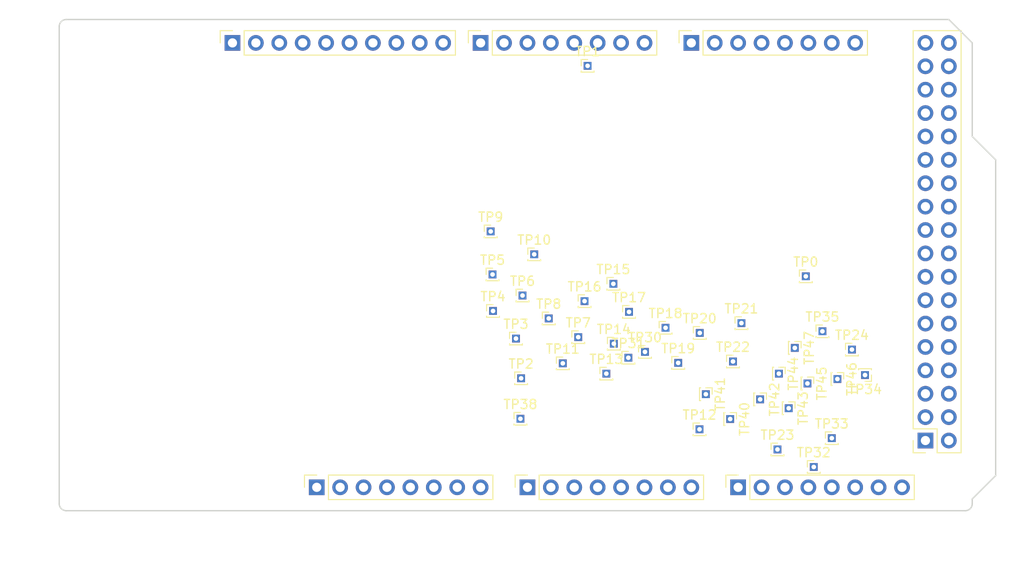
<source format=kicad_pcb>
(kicad_pcb (version 20240108) (generator "pcbnew") (generator_version "8.0")
  (title_block (date "mar. 31 mars 2015"))
  (layers (0 "F.Cu" signal) (31 "B.Cu" signal) (34 "B.Paste" user) (35 "F.Paste" user) (36 "B.SilkS" user "B.Silkscreen") (37 "F.SilkS" user "F.Silkscreen") (38 "B.Mask" user) (39 "F.Mask" user) (44 "Edge.Cuts" user))
  (net 0 "")
  (net 1 "GND")
  (net 2 "/*52")
  (net 3 "/53")
  (net 4 "/50")
  (net 5 "/51")
  (net 6 "/48")
  (net 7 "/49")
  (net 8 "/*46")
  (net 9 "/47")
  (net 10 "/*44")
  (net 11 "/*45")
  (net 12 "/42")
  (net 13 "/43")
  (net 14 "/40")
  (net 15 "/41")
  (net 16 "/38")
  (net 17 "/39")
  (net 18 "/36")
  (net 19 "/37")
  (net 20 "/34")
  (net 21 "/35")
  (net 22 "/32")
  (net 23 "/33")
  (net 24 "/30")
  (net 25 "/31")
  (net 26 "/28")
  (net 27 "/29")
  (net 28 "/26")
  (net 29 "/27")
  (net 30 "/24")
  (net 31 "/25")
  (net 32 "/22")
  (net 33 "/23")
  (net 34 "+5V")
  (net 35 "/IOREF")
  (net 36 "/A0")
  (net 37 "/A1")
  (net 38 "/A2")
  (net 39 "/A3")
  (net 40 "/A4")
  (net 41 "/A5")
  (net 42 "/A6")
  (net 43 "/A7")
  (net 44 "/A8")
  (net 45 "/A9")
  (net 46 "/A10")
  (net 47 "/A11")
  (net 48 "/A12")
  (net 49 "/A13")
  (net 50 "/A14")
  (net 51 "/A15")
  (net 52 "/AREF")
  (net 53 "/*13")
  (net 54 "/*12")
  (net 55 "/*11")
  (net 56 "/*10")
  (net 57 "/*9")
  (net 58 "/*8")
  (net 59 "/*7")
  (net 60 "/*6")
  (net 61 "/*5")
  (net 62 "/*4")
  (net 63 "/*3")
  (net 64 "/*2")
  (net 65 "/TX0{slash}1")
  (net 66 "/RX0{slash}0")
  (net 67 "+3V3")
  (net 68 "/TX3{slash}14")
  (net 69 "/RX3{slash}15")
  (net 70 "/TX2{slash}16")
  (net 71 "/RX2{slash}17")
  (net 72 "/TX1{slash}18")
  (net 73 "/RX1{slash}19")
  (net 74 "/SDA{slash}20")
  (net 75 "/SCL{slash}21")
  (net 76 "VCC")
  (net 77 "/~{RESET}")
  (footprint "Connector_PinSocket_2.54mm:PinSocket_2x18_P2.54mm_Vertical" (layer "F.Cu") (at 193.98 92.38 180)
    (property "Reference" "J7" (hide yes))
    (property "Value" "Digital")
    (pad "1" thru_hole rect (at 0 0 180) (size 1.7 1.7) (drill 1) (layers "*.Cu" "*.Mask") (net 1 "GND"))
    (pad "2" thru_hole oval (at -2.54 0 180) (size 1.7 1.7) (drill 1) (layers "*.Cu" "*.Mask") (net 1 "GND"))
    (pad "3" thru_hole oval (at 0 2.54 180) (size 1.7 1.7) (drill 1) (layers "*.Cu" "*.Mask") (net 2 "/*52"))
    (pad "4" thru_hole oval (at -2.54 2.54 180) (size 1.7 1.7) (drill 1) (layers "*.Cu" "*.Mask") (net 3 "/53"))
    (pad "5" thru_hole oval (at 0 5.08 180) (size 1.7 1.7) (drill 1) (layers "*.Cu" "*.Mask") (net 4 "/50"))
    (pad "6" thru_hole oval (at -2.54 5.08 180) (size 1.7 1.7) (drill 1) (layers "*.Cu" "*.Mask") (net 5 "/51"))
    (pad "7" thru_hole oval (at 0 7.62 180) (size 1.7 1.7) (drill 1) (layers "*.Cu" "*.Mask") (net 6 "/48"))
    (pad "8" thru_hole oval (at -2.54 7.62 180) (size 1.7 1.7) (drill 1) (layers "*.Cu" "*.Mask") (net 7 "/49"))
    (pad "9" thru_hole oval (at 0 10.16 180) (size 1.7 1.7) (drill 1) (layers "*.Cu" "*.Mask") (net 8 "/*46"))
    (pad "10" thru_hole oval (at -2.54 10.16 180) (size 1.7 1.7) (drill 1) (layers "*.Cu" "*.Mask") (net 9 "/47"))
    (pad "11" thru_hole oval (at 0 12.7 180) (size 1.7 1.7) (drill 1) (layers "*.Cu" "*.Mask") (net 10 "/*44"))
    (pad "12" thru_hole oval (at -2.54 12.7 180) (size 1.7 1.7) (drill 1) (layers "*.Cu" "*.Mask") (net 11 "/*45"))
    (pad "13" thru_hole oval (at 0 15.24 180) (size 1.7 1.7) (drill 1) (layers "*.Cu" "*.Mask") (net 12 "/42"))
    (pad "14" thru_hole oval (at -2.54 15.24 180) (size 1.7 1.7) (drill 1) (layers "*.Cu" "*.Mask") (net 13 "/43"))
    (pad "15" thru_hole oval (at 0 17.78 180) (size 1.7 1.7) (drill 1) (layers "*.Cu" "*.Mask") (net 14 "/40"))
    (pad "16" thru_hole oval (at -2.54 17.78 180) (size 1.7 1.7) (drill 1) (layers "*.Cu" "*.Mask") (net 15 "/41"))
    (pad "17" thru_hole oval (at 0 20.32 180) (size 1.7 1.7) (drill 1) (layers "*.Cu" "*.Mask") (net 16 "/38"))
    (pad "18" thru_hole oval (at -2.54 20.32 180) (size 1.7 1.7) (drill 1) (layers "*.Cu" "*.Mask") (net 17 "/39"))
    (pad "19" thru_hole oval (at 0 22.86 180) (size 1.7 1.7) (drill 1) (layers "*.Cu" "*.Mask") (net 18 "/36"))
    (pad "20" thru_hole oval (at -2.54 22.86 180) (size 1.7 1.7) (drill 1) (layers "*.Cu" "*.Mask") (net 19 "/37"))
    (pad "21" thru_hole oval (at 0 25.4 180) (size 1.7 1.7) (drill 1) (layers "*.Cu" "*.Mask") (net 20 "/34"))
    (pad "22" thru_hole oval (at -2.54 25.4 180) (size 1.7 1.7) (drill 1) (layers "*.Cu" "*.Mask") (net 21 "/35"))
    (pad "23" thru_hole oval (at 0 27.94 180) (size 1.7 1.7) (drill 1) (layers "*.Cu" "*.Mask") (net 22 "/32"))
    (pad "24" thru_hole oval (at -2.54 27.94 180) (size 1.7 1.7) (drill 1) (layers "*.Cu" "*.Mask") (net 23 "/33"))
    (pad "25" thru_hole oval (at 0 30.48 180) (size 1.7 1.7) (drill 1) (layers "*.Cu" "*.Mask") (net 24 "/30"))
    (pad "26" thru_hole oval (at -2.54 30.48 180) (size 1.7 1.7) (drill 1) (layers "*.Cu" "*.Mask") (net 25 "/31"))
    (pad "27" thru_hole oval (at 0 33.02 180) (size 1.7 1.7) (drill 1) (layers "*.Cu" "*.Mask") (net 26 "/28"))
    (pad "28" thru_hole oval (at -2.54 33.02 180) (size 1.7 1.7) (drill 1) (layers "*.Cu" "*.Mask") (net 27 "/29"))
    (pad "29" thru_hole oval (at 0 35.56 180) (size 1.7 1.7) (drill 1) (layers "*.Cu" "*.Mask") (net 28 "/26"))
    (pad "30" thru_hole oval (at -2.54 35.56 180) (size 1.7 1.7) (drill 1) (layers "*.Cu" "*.Mask") (net 29 "/27"))
    (pad "31" thru_hole oval (at 0 38.1 180) (size 1.7 1.7) (drill 1) (layers "*.Cu" "*.Mask") (net 30 "/24"))
    (pad "32" thru_hole oval (at -2.54 38.1 180) (size 1.7 1.7) (drill 1) (layers "*.Cu" "*.Mask") (net 31 "/25"))
    (pad "33" thru_hole oval (at 0 40.64 180) (size 1.7 1.7) (drill 1) (layers "*.Cu" "*.Mask") (net 32 "/22"))
    (pad "34" thru_hole oval (at -2.54 40.64 180) (size 1.7 1.7) (drill 1) (layers "*.Cu" "*.Mask") (net 33 "/23"))
    (pad "35" thru_hole oval (at 0 43.18 180) (size 1.7 1.7) (drill 1) (layers "*.Cu" "*.Mask") (net 34 "+5V"))
    (pad "36" thru_hole oval (at -2.54 43.18 180) (size 1.7 1.7) (drill 1) (layers "*.Cu" "*.Mask") (net 34 "+5V"))
  )
  (footprint "Connector_PinSocket_2.54mm:PinSocket_1x08_P2.54mm_Vertical" (layer "F.Cu") (at 127.94 97.46 90)
    (property "Reference" "J1" (hide yes))
    (property "Value" "Power")
    (pad "1" thru_hole rect (at 0 0 90) (size 1.7 1.7) (drill 1) (layers "*.Cu" "*.Mask"))
    (pad "2" thru_hole oval (at 0 2.54 90) (size 1.7 1.7) (drill 1) (layers "*.Cu" "*.Mask") (net 35 "/IOREF"))
    (pad "3" thru_hole oval (at 0 5.08 90) (size 1.7 1.7) (drill 1) (layers "*.Cu" "*.Mask") (net 77 "/~{RESET}"))
    (pad "4" thru_hole oval (at 0 7.62 90) (size 1.7 1.7) (drill 1) (layers "*.Cu" "*.Mask") (net 67 "+3V3"))
    (pad "5" thru_hole oval (at 0 10.16 90) (size 1.7 1.7) (drill 1) (layers "*.Cu" "*.Mask") (net 34 "+5V"))
    (pad "6" thru_hole oval (at 0 12.7 90) (size 1.7 1.7) (drill 1) (layers "*.Cu" "*.Mask") (net 1 "GND"))
    (pad "7" thru_hole oval (at 0 15.24 90) (size 1.7 1.7) (drill 1) (layers "*.Cu" "*.Mask") (net 1 "GND"))
    (pad "8" thru_hole oval (at 0 17.78 90) (size 1.7 1.7) (drill 1) (layers "*.Cu" "*.Mask") (net 76 "VCC"))
  )
  (footprint "Connector_PinSocket_2.54mm:PinSocket_1x08_P2.54mm_Vertical" (layer "F.Cu") (at 150.8 97.46 90)
    (property "Reference" "J3" (hide yes))
    (property "Value" "Analog")
    (pad "1" thru_hole rect (at 0 0 90) (size 1.7 1.7) (drill 1) (layers "*.Cu" "*.Mask") (net 36 "/A0"))
    (pad "2" thru_hole oval (at 0 2.54 90) (size 1.7 1.7) (drill 1) (layers "*.Cu" "*.Mask") (net 37 "/A1"))
    (pad "3" thru_hole oval (at 0 5.08 90) (size 1.7 1.7) (drill 1) (layers "*.Cu" "*.Mask") (net 38 "/A2"))
    (pad "4" thru_hole oval (at 0 7.62 90) (size 1.7 1.7) (drill 1) (layers "*.Cu" "*.Mask") (net 39 "/A3"))
    (pad "5" thru_hole oval (at 0 10.16 90) (size 1.7 1.7) (drill 1) (layers "*.Cu" "*.Mask") (net 40 "/A4"))
    (pad "6" thru_hole oval (at 0 12.7 90) (size 1.7 1.7) (drill 1) (layers "*.Cu" "*.Mask") (net 41 "/A5"))
    (pad "7" thru_hole oval (at 0 15.24 90) (size 1.7 1.7) (drill 1) (layers "*.Cu" "*.Mask") (net 42 "/A6"))
    (pad "8" thru_hole oval (at 0 17.78 90) (size 1.7 1.7) (drill 1) (layers "*.Cu" "*.Mask") (net 43 "/A7"))
  )
  (footprint "Connector_PinSocket_2.54mm:PinSocket_1x08_P2.54mm_Vertical" (layer "F.Cu") (at 173.66 97.46 90)
    (property "Reference" "J5" (hide yes))
    (property "Value" "Analog")
    (pad "1" thru_hole rect (at 0 0 90) (size 1.7 1.7) (drill 1) (layers "*.Cu" "*.Mask") (net 44 "/A8"))
    (pad "2" thru_hole oval (at 0 2.54 90) (size 1.7 1.7) (drill 1) (layers "*.Cu" "*.Mask") (net 45 "/A9"))
    (pad "3" thru_hole oval (at 0 5.08 90) (size 1.7 1.7) (drill 1) (layers "*.Cu" "*.Mask") (net 46 "/A10"))
    (pad "4" thru_hole oval (at 0 7.62 90) (size 1.7 1.7) (drill 1) (layers "*.Cu" "*.Mask") (net 47 "/A11"))
    (pad "5" thru_hole oval (at 0 10.16 90) (size 1.7 1.7) (drill 1) (layers "*.Cu" "*.Mask") (net 48 "/A12"))
    (pad "6" thru_hole oval (at 0 12.7 90) (size 1.7 1.7) (drill 1) (layers "*.Cu" "*.Mask") (net 49 "/A13"))
    (pad "7" thru_hole oval (at 0 15.24 90) (size 1.7 1.7) (drill 1) (layers "*.Cu" "*.Mask") (net 50 "/A14"))
    (pad "8" thru_hole oval (at 0 17.78 90) (size 1.7 1.7) (drill 1) (layers "*.Cu" "*.Mask") (net 51 "/A15"))
  )
  (footprint "Connector_PinSocket_2.54mm:PinSocket_1x10_P2.54mm_Vertical" (layer "F.Cu") (at 118.796 49.2 90)
    (property "Reference" "J2" (hide yes))
    (property "Value" "PWM")
    (pad "1" thru_hole rect (at 0 0 90) (size 1.7 1.7) (drill 1) (layers "*.Cu" "*.Mask") (net 75 "/SCL{slash}21"))
    (pad "2" thru_hole oval (at 0 2.54 90) (size 1.7 1.7) (drill 1) (layers "*.Cu" "*.Mask") (net 74 "/SDA{slash}20"))
    (pad "3" thru_hole oval (at 0 5.08 90) (size 1.7 1.7) (drill 1) (layers "*.Cu" "*.Mask") (net 52 "/AREF"))
    (pad "4" thru_hole oval (at 0 7.62 90) (size 1.7 1.7) (drill 1) (layers "*.Cu" "*.Mask") (net 1 "GND"))
    (pad "5" thru_hole oval (at 0 10.16 90) (size 1.7 1.7) (drill 1) (layers "*.Cu" "*.Mask") (net 53 "/*13"))
    (pad "6" thru_hole oval (at 0 12.7 90) (size 1.7 1.7) (drill 1) (layers "*.Cu" "*.Mask") (net 54 "/*12"))
    (pad "7" thru_hole oval (at 0 15.24 90) (size 1.7 1.7) (drill 1) (layers "*.Cu" "*.Mask") (net 55 "/*11"))
    (pad "8" thru_hole oval (at 0 17.78 90) (size 1.7 1.7) (drill 1) (layers "*.Cu" "*.Mask") (net 56 "/*10"))
    (pad "9" thru_hole oval (at 0 20.32 90) (size 1.7 1.7) (drill 1) (layers "*.Cu" "*.Mask") (net 57 "/*9"))
    (pad "10" thru_hole oval (at 0 22.86 90) (size 1.7 1.7) (drill 1) (layers "*.Cu" "*.Mask") (net 58 "/*8"))
  )
  (footprint "Connector_PinSocket_2.54mm:PinSocket_1x08_P2.54mm_Vertical" (layer "F.Cu") (at 145.72 49.2 90)
    (property "Reference" "J4" (hide yes))
    (property "Value" "PWM")
    (pad "1" thru_hole rect (at 0 0 90) (size 1.7 1.7) (drill 1) (layers "*.Cu" "*.Mask") (net 59 "/*7"))
    (pad "2" thru_hole oval (at 0 2.54 90) (size 1.7 1.7) (drill 1) (layers "*.Cu" "*.Mask") (net 60 "/*6"))
    (pad "3" thru_hole oval (at 0 5.08 90) (size 1.7 1.7) (drill 1) (layers "*.Cu" "*.Mask") (net 61 "/*5"))
    (pad "4" thru_hole oval (at 0 7.62 90) (size 1.7 1.7) (drill 1) (layers "*.Cu" "*.Mask") (net 62 "/*4"))
    (pad "5" thru_hole oval (at 0 10.16 90) (size 1.7 1.7) (drill 1) (layers "*.Cu" "*.Mask") (net 63 "/*3"))
    (pad "6" thru_hole oval (at 0 12.7 90) (size 1.7 1.7) (drill 1) (layers "*.Cu" "*.Mask") (net 64 "/*2"))
    (pad "7" thru_hole oval (at 0 15.24 90) (size 1.7 1.7) (drill 1) (layers "*.Cu" "*.Mask") (net 65 "/TX0{slash}1"))
    (pad "8" thru_hole oval (at 0 17.78 90) (size 1.7 1.7) (drill 1) (layers "*.Cu" "*.Mask") (net 66 "/RX0{slash}0"))
  )
  (footprint "Connector_PinSocket_2.54mm:PinSocket_1x08_P2.54mm_Vertical" (layer "F.Cu") (at 168.58 49.2 90)
    (property "Reference" "J6" (hide yes))
    (property "Value" "Communication")
    (pad "1" thru_hole rect (at 0 0 90) (size 1.7 1.7) (drill 1) (layers "*.Cu" "*.Mask") (net 68 "/TX3{slash}14"))
    (pad "2" thru_hole oval (at 0 2.54 90) (size 1.7 1.7) (drill 1) (layers "*.Cu" "*.Mask") (net 69 "/RX3{slash}15"))
    (pad "3" thru_hole oval (at 0 5.08 90) (size 1.7 1.7) (drill 1) (layers "*.Cu" "*.Mask") (net 70 "/TX2{slash}16"))
    (pad "4" thru_hole oval (at 0 7.62 90) (size 1.7 1.7) (drill 1) (layers "*.Cu" "*.Mask") (net 71 "/RX2{slash}17"))
    (pad "5" thru_hole oval (at 0 10.16 90) (size 1.7 1.7) (drill 1) (layers "*.Cu" "*.Mask") (net 72 "/TX1{slash}18"))
    (pad "6" thru_hole oval (at 0 12.7 90) (size 1.7 1.7) (drill 1) (layers "*.Cu" "*.Mask") (net 73 "/RX1{slash}19"))
    (pad "7" thru_hole oval (at 0 15.24 90) (size 1.7 1.7) (drill 1) (layers "*.Cu" "*.Mask") (net 74 "/SDA{slash}20"))
    (pad "8" thru_hole oval (at 0 17.78 90) (size 1.7 1.7) (drill 1) (layers "*.Cu" "*.Mask") (net 75 "/SCL{slash}21"))
  )
  (footprint "Connector_PinHeader_1.00mm:PinHeader_1x01_P1.00mm_Vertical" (layer "F.Cu") (at 151.5366 72.1616)
    (property "Reference" "TP10" (at 0 -1.56 0) (layer "F.SilkS"))
    (property "Value" "TestPoint_Probe")
    (pad "1" thru_hole rect (at 0 0) (size 0.85 0.85) (drill 0.5) (layers "*.Cu" "*.Mask") (net 46 "/A10"))
  )
  (footprint "Connector_PinHeader_1.00mm:PinHeader_1x01_P1.00mm_Vertical" (layer "F.Cu") (at 172.7964 90.0432 -90)
    (property "Reference" "TP40" (at 0 -1.56 90) (layer "F.SilkS"))
    (property "Value" "TestPoint_Probe")
    (pad "1" thru_hole rect (at 0 0 270) (size 0.85 0.85) (drill 0.5) (layers "*.Cu" "*.Mask") (net 56 "/*10"))
  )
  (footprint "Connector_PinHeader_1.00mm:PinHeader_1x01_P1.00mm_Vertical" (layer "F.Cu") (at 149.5554 81.3056)
    (property "Reference" "TP3" (at 0 -1.56 0) (layer "F.SilkS"))
    (property "Value" "TestPoint_Probe")
    (pad "1" thru_hole rect (at 0 0) (size 0.85 0.85) (drill 0.5) (layers "*.Cu" "*.Mask") (net 39 "/A3"))
  )
  (footprint "Arduino_MountingHole:MountingHole_3.2mm" (layer "F.Cu") (at 196.52 97.46)
    (property "Reference" "MH6" (hide yes))
    (property "Value" "MountingHole_3.2mm" (hide yes))
    (pad "" np_thru_hole circle (at 0 0) (size 3.2 3.2) (drill 3.2) (layers "*.Cu" "*.Mask"))
  )
  (footprint "Connector_PinHeader_1.00mm:PinHeader_1x01_P1.00mm_Vertical" (layer "F.Cu") (at 154.6354 83.998)
    (property "Reference" "TP11" (at 0 -1.56 0) (layer "F.SilkS"))
    (property "Value" "TestPoint_Probe")
    (pad "1" thru_hole rect (at 0 0) (size 0.85 0.85) (drill 0.5) (layers "*.Cu" "*.Mask") (net 47 "/A11"))
  )
  (footprint "Connector_PinHeader_1.00mm:PinHeader_1x01_P1.00mm_Vertical" (layer "F.Cu") (at 160.1218 75.362)
    (property "Reference" "TP15" (at 0 -1.56 0) (layer "F.SilkS"))
    (property "Value" "TestPoint_Probe")
    (pad "1" thru_hole rect (at 0 0) (size 0.85 0.85) (drill 0.5) (layers "*.Cu" "*.Mask") (net 51 "/A15"))
  )
  (footprint "Connector_PinHeader_1.00mm:PinHeader_1x01_P1.00mm_Vertical" (layer "F.Cu") (at 179.1464 88.8748 -90)
    (property "Reference" "TP43" (at 0 -1.56 90) (layer "F.SilkS"))
    (property "Value" "TestPoint_Probe")
    (pad "1" thru_hole rect (at 0 0 270) (size 0.85 0.85) (drill 0.5) (layers "*.Cu" "*.Mask") (net 63 "/*3"))
  )
  (footprint "Connector_PinHeader_1.00mm:PinHeader_1x01_P1.00mm_Vertical" (layer "F.Cu") (at 169.4944 80.696)
    (property "Reference" "TP20" (at 0 -1.56 0) (layer "F.SilkS"))
    (property "Value" "TestPoint_Probe")
    (pad "1" thru_hole rect (at 0 0) (size 0.85 0.85) (drill 0.5) (layers "*.Cu" "*.Mask") (net 24 "/30"))
  )
  (footprint "Connector_PinHeader_1.00mm:PinHeader_1x01_P1.00mm_Vertical" (layer "F.Cu") (at 150.1142 85.6236)
    (property "Reference" "TP2" (at 0 -1.56 0) (layer "F.SilkS"))
    (property "Value" "TestPoint_Probe")
    (pad "1" thru_hole rect (at 0 0) (size 0.85 0.85) (drill 0.5) (layers "*.Cu" "*.Mask") (net 38 "/A2"))
  )
  (footprint "Connector_PinHeader_1.00mm:PinHeader_1x01_P1.00mm_Vertical" (layer "F.Cu") (at 174.0156 79.6292)
    (property "Reference" "TP21" (at 0 -1.56 0) (layer "F.SilkS"))
    (property "Value" "TestPoint_Probe")
    (pad "1" thru_hole rect (at 0 0) (size 0.85 0.85) (drill 0.5) (layers "*.Cu" "*.Mask") (net 25 "/31"))
  )
  (footprint "Connector_PinHeader_1.00mm:PinHeader_1x01_P1.00mm_Vertical" (layer "F.Cu") (at 187.4268 85.268 180)
    (property "Reference" "TP34" (at 0 -1.56 360) (layer "F.SilkS"))
    (property "Value" "TestPoint_Probe")
    (pad "1" thru_hole rect (at 0 0 180) (size 0.85 0.85) (drill 0.5) (layers "*.Cu" "*.Mask") (net 10 "/*44"))
  )
  (footprint "Connector_PinHeader_1.00mm:PinHeader_1x01_P1.00mm_Vertical" (layer "F.Cu") (at 173.1012 83.7948)
    (property "Reference" "TP22" (at 0 -1.56 0) (layer "F.SilkS"))
    (property "Value" "TestPoint_Probe")
    (pad "1" thru_hole rect (at 0 0) (size 0.85 0.85) (drill 0.5) (layers "*.Cu" "*.Mask") (net 22 "/32"))
  )
  (footprint "Connector_PinHeader_1.00mm:PinHeader_1x01_P1.00mm_Vertical" (layer "F.Cu") (at 147.0662 78.3084)
    (property "Reference" "TP4" (at 0 -1.56 0) (layer "F.SilkS"))
    (property "Value" "TestPoint_Probe")
    (pad "1" thru_hole rect (at 0 0) (size 0.85 0.85) (drill 0.5) (layers "*.Cu" "*.Mask") (net 40 "/A4"))
  )
  (footprint "Connector_PinHeader_1.00mm:PinHeader_1x01_P1.00mm_Vertical" (layer "F.Cu") (at 161.7474 83.3884)
    (property "Reference" "TP31" (at 0 -1.56 0) (layer "F.SilkS"))
    (property "Value" "TestPoint_Probe")
    (pad "1" thru_hole rect (at 0 0) (size 0.85 0.85) (drill 0.5) (layers "*.Cu" "*.Mask") (net 4 "/50"))
  )
  (footprint "Connector_PinHeader_1.00mm:PinHeader_1x01_P1.00mm_Vertical" (layer "F.Cu") (at 161.8236 78.41)
    (property "Reference" "TP17" (at 0 -1.56 0) (layer "F.SilkS"))
    (property "Value" "TestPoint_Probe")
    (pad "1" thru_hole rect (at 0 0) (size 0.85 0.85) (drill 0.5) (layers "*.Cu" "*.Mask") (net 29 "/27"))
  )
  (footprint "Connector_PinHeader_1.00mm:PinHeader_1x01_P1.00mm_Vertical" (layer "F.Cu") (at 182.804 80.5182)
    (property "Reference" "TP35" (at 0 -1.56 0) (layer "F.SilkS"))
    (property "Value" "TestPoint_Probe")
    (pad "1" thru_hole rect (at 0 0) (size 0.85 0.85) (drill 0.5) (layers "*.Cu" "*.Mask") (net 12 "/42"))
  )
  (footprint "Connector_PinHeader_1.00mm:PinHeader_1x01_P1.00mm_Vertical" (layer "F.Cu") (at 150.2666 76.632)
    (property "Reference" "TP6" (at 0 -1.56 0) (layer "F.SilkS"))
    (property "Value" "TestPoint_Probe")
    (pad "1" thru_hole rect (at 0 0) (size 0.85 0.85) (drill 0.5) (layers "*.Cu" "*.Mask") (net 42 "/A6"))
  )
  (footprint "Arduino_MountingHole:MountingHole_3.2mm" (layer "F.Cu") (at 115.24 49.2)
    (property "Reference" "MH1" (hide yes))
    (property "Value" "MountingHole_3.2mm" (hide yes))
    (pad "" np_thru_hole circle (at 0 0) (size 3.2 3.2) (drill 3.2) (layers "*.Cu" "*.Mask"))
  )
  (footprint "Connector_PinHeader_1.00mm:PinHeader_1x01_P1.00mm_Vertical" (layer "F.Cu") (at 165.786 80.1372)
    (property "Reference" "TP18" (at 0 -1.56 0) (layer "F.SilkS"))
    (property "Value" "TestPoint_Probe")
    (pad "1" thru_hole rect (at 0 0) (size 0.85 0.85) (drill 0.5) (layers "*.Cu" "*.Mask") (net 26 "/28"))
  )
  (footprint "Connector_PinHeader_1.00mm:PinHeader_1x01_P1.00mm_Vertical" (layer "F.Cu") (at 153.1114 79.1212)
    (property "Reference" "TP8" (at 0 -1.56 0) (layer "F.SilkS"))
    (property "Value" "TestPoint_Probe")
    (pad "1" thru_hole rect (at 0 0) (size 0.85 0.85) (drill 0.5) (layers "*.Cu" "*.Mask") (net 44 "/A8"))
  )
  (footprint "Connector_PinHeader_1.00mm:PinHeader_1x01_P1.00mm_Vertical" (layer "F.Cu") (at 147.0154 74.346)
    (property "Reference" "TP5" (at 0 -1.56 0) (layer "F.SilkS"))
    (property "Value" "TestPoint_Probe")
    (pad "1" thru_hole rect (at 0 0) (size 0.85 0.85) (drill 0.5) (layers "*.Cu" "*.Mask") (net 41 "/A5"))
  )
  (footprint "Connector_PinHeader_1.00mm:PinHeader_1x01_P1.00mm_Vertical" (layer "F.Cu") (at 163.5508 82.7534)
    (property "Reference" "TP30" (at 0 -1.56 0) (layer "F.SilkS"))
    (property "Value" "TestPoint_Probe")
    (pad "1" thru_hole rect (at 0 0) (size 0.85 0.85) (drill 0.5) (layers "*.Cu" "*.Mask") (net 2 "/*52"))
  )
  (footprint "Connector_PinHeader_1.00mm:PinHeader_1x01_P1.00mm_Vertical" (layer "F.Cu") (at 146.8122 69.6724)
    (property "Reference" "TP9" (at 0 -1.56 0) (layer "F.SilkS"))
    (property "Value" "TestPoint_Probe")
    (pad "1" thru_hole rect (at 0 0) (size 0.85 0.85) (drill 0.5) (layers "*.Cu" "*.Mask") (net 45 "/A9"))
  )
  (footprint "Connector_PinHeader_1.00mm:PinHeader_1x01_P1.00mm_Vertical" (layer "F.Cu") (at 186.0044 82.4994)
    (property "Reference" "TP24" (at 0 -1.56 0) (layer "F.SilkS"))
    (property "Value" "TestPoint_Probe")
    (pad "1" thru_hole rect (at 0 0) (size 0.85 0.85) (drill 0.5) (layers "*.Cu" "*.Mask") (net 20 "/34"))
  )
  (footprint "Connector_PinHeader_1.00mm:PinHeader_1x01_P1.00mm_Vertical" (layer "F.Cu") (at 183.82 92.126)
    (property "Reference" "TP33" (at 0 -1.56 0) (layer "F.SilkS"))
    (property "Value" "TestPoint_Probe")
    (pad "1" thru_hole rect (at 0 0) (size 0.85 0.85) (drill 0.5) (layers "*.Cu" "*.Mask") (net 67 "+3V3"))
  )
  (footprint "Connector_PinHeader_1.00mm:PinHeader_1x01_P1.00mm_Vertical" (layer "F.Cu") (at 156.3118 81.1532)
    (property "Reference" "TP7" (at 0 -1.56 0) (layer "F.SilkS"))
    (property "Value" "TestPoint_Probe")
    (pad "1" thru_hole rect (at 0 0) (size 0.85 0.85) (drill 0.5) (layers "*.Cu" "*.Mask") (net 43 "/A7"))
  )
  (footprint "Connector_PinHeader_1.00mm:PinHeader_1x01_P1.00mm_Vertical" (layer "F.Cu") (at 181.0006 74.5492)
    (property "Reference" "TP0" (at 0 -1.56 0) (layer "F.SilkS"))
    (property "Value" "TestPoint_Probe")
    (pad "1" thru_hole rect (at 0 0) (size 0.85 0.85) (drill 0.5) (layers "*.Cu" "*.Mask") (net 36 "/A0"))
  )
  (footprint "Connector_PinHeader_1.00mm:PinHeader_1x01_P1.00mm_Vertical" (layer "F.Cu") (at 179.8068 82.3216 -90)
    (property "Reference" "TP47" (at 0 -1.56 90) (layer "F.SilkS"))
    (property "Value" "TestPoint_Probe")
    (pad "1" thru_hole rect (at 0 0 270) (size 0.85 0.85) (drill 0.5) (layers "*.Cu" "*.Mask") (net 59 "/*7"))
  )
  (footprint "Connector_PinHeader_1.00mm:PinHeader_1x01_P1.00mm_Vertical" (layer "F.Cu") (at 150.038 90.0178)
    (property "Reference" "TP38" (at 0 -1.56 0) (layer "F.SilkS"))
    (property "Value" "TestPoint_Probe")
    (pad "1" thru_hole rect (at 0 0) (size 0.85 0.85) (drill 0.5) (layers "*.Cu" "*.Mask") (net 1 "GND"))
  )
  (footprint "Connector_PinHeader_1.00mm:PinHeader_1x01_P1.00mm_Vertical" (layer "F.Cu") (at 170.1548 87.3508 -90)
    (property "Reference" "TP41" (at 0 -1.56 90) (layer "F.SilkS"))
    (property "Value" "TestPoint_Probe")
    (pad "1" thru_hole rect (at 0 0 270) (size 0.85 0.85) (drill 0.5) (layers "*.Cu" "*.Mask") (net 55 "/*11"))
  )
  (footprint "Connector_PinHeader_1.00mm:PinHeader_1x01_P1.00mm_Vertical" (layer "F.Cu") (at 181.1784 86.1824 -90)
    (property "Reference" "TP45" (at 0 -1.56 90) (layer "F.SilkS"))
    (property "Value" "TestPoint_Probe")
    (pad "1" thru_hole rect (at 0 0 270) (size 0.85 0.85) (drill 0.5) (layers "*.Cu" "*.Mask") (net 61 "/*5"))
  )
  (footprint "Connector_PinHeader_1.00mm:PinHeader_1x01_P1.00mm_Vertical" (layer "F.Cu") (at 177.9272 93.3452)
    (property "Reference" "TP23" (at 0 -1.56 0) (layer "F.SilkS"))
    (property "Value" "TestPoint_Probe")
    (pad "1" thru_hole rect (at 0 0) (size 0.85 0.85) (drill 0.5) (layers "*.Cu" "*.Mask") (net 23 "/33"))
  )
  (footprint "Connector_PinHeader_1.00mm:PinHeader_1x01_P1.00mm_Vertical" (layer "F.Cu") (at 159.3598 85.1156)
    (property "Reference" "TP13" (at 0 -1.56 0) (layer "F.SilkS"))
    (property "Value" "TestPoint_Probe")
    (pad "1" thru_hole rect (at 0 0) (size 0.85 0.85) (drill 0.5) (layers "*.Cu" "*.Mask") (net 49 "/A13"))
  )
  (footprint "Connector_PinHeader_1.00mm:PinHeader_1x01_P1.00mm_Vertical" (layer "F.Cu") (at 157.3278 51.6892)
    (property "Reference" "TP1" (at 0 -1.56 0) (layer "F.SilkS"))
    (property "Value" "TestPoint_Probe")
    (pad "1" thru_hole rect (at 0 0) (size 0.85 0.85) (drill 0.5) (layers "*.Cu" "*.Mask") (net 37 "/A1"))
  )
  (footprint "Connector_PinHeader_1.00mm:PinHeader_1x01_P1.00mm_Vertical" (layer "F.Cu") (at 156.9976 77.2416)
    (property "Reference" "TP16" (at 0 -1.56 0) (layer "F.SilkS"))
    (property "Value" "TestPoint_Probe")
    (pad "1" thru_hole rect (at 0 0) (size 0.85 0.85) (drill 0.5) (layers "*.Cu" "*.Mask") (net 28 "/26"))
  )
  (footprint "Connector_PinHeader_1.00mm:PinHeader_1x01_P1.00mm_Vertical" (layer "F.Cu") (at 181.8642 95.2502)
    (property "Reference" "TP32" (at 0 -1.56 0) (layer "F.SilkS"))
    (property "Value" "TestPoint_Probe")
    (pad "1" thru_hole rect (at 0 0) (size 0.85 0.85) (drill 0.5) (layers "*.Cu" "*.Mask") (net 6 "/48"))
  )
  (footprint "Connector_PinHeader_1.00mm:PinHeader_1x01_P1.00mm_Vertical" (layer "F.Cu") (at 178.0796 85.1156 -90)
    (property "Reference" "TP44" (at 0 -1.56 90) (layer "F.SilkS"))
    (property "Value" "TestPoint_Probe")
    (pad "1" thru_hole rect (at 0 0 270) (size 0.85 0.85) (drill 0.5) (layers "*.Cu" "*.Mask") (net 62 "/*4"))
  )
  (footprint "Connector_PinHeader_1.00mm:PinHeader_1x01_P1.00mm_Vertical" (layer "F.Cu") (at 184.4296 85.6998 -90)
    (property "Reference" "TP46" (at 0 -1.56 90) (layer "F.SilkS"))
    (property "Value" "TestPoint_Probe")
    (pad "1" thru_hole rect (at 0 0 270) (size 0.85 0.85) (drill 0.5) (layers "*.Cu" "*.Mask") (net 60 "/*6"))
  )
  (footprint "Arduino_MountingHole:MountingHole_3.2mm" (layer "F.Cu") (at 113.97 97.46)
    (property "Reference" "MH2" (hide yes))
    (property "Value" "MountingHole_3.2mm" (hide yes))
    (pad "" np_thru_hole circle (at 0 0) (size 3.2 3.2) (drill 3.2) (layers "*.Cu" "*.Mask"))
  )
  (footprint "Arduino_MountingHole:MountingHole_3.2mm" (layer "F.Cu") (at 166.04 64.44)
    (property "Reference" "MH3" (hide yes))
    (property "Value" "MountingHole_3.2mm" (hide yes))
    (pad "" np_thru_hole circle (at 0 0) (size 3.2 3.2) (drill 3.2) (layers "*.Cu" "*.Mask"))
  )
  (footprint "Connector_PinHeader_1.00mm:PinHeader_1x01_P1.00mm_Vertical" (layer "F.Cu") (at 169.469 91.1608)
    (property "Reference" "TP12" (at 0 -1.56 0) (layer "F.SilkS"))
    (property "Value" "TestPoint_Probe")
    (pad "1" thru_hole rect (at 0 0) (size 0.85 0.85) (drill 0.5) (layers "*.Cu" "*.Mask") (net 48 "/A12"))
  )
  (footprint "Connector_PinHeader_1.00mm:PinHeader_1x01_P1.00mm_Vertical" (layer "F.Cu") (at 160.1726 81.8644)
    (property "Reference" "TP14" (at 0 -1.56 0) (layer "F.SilkS"))
    (property "Value" "TestPoint_Probe")
    (pad "1" thru_hole rect (at 0 0) (size 0.85 0.85) (drill 0.5) (layers "*.Cu" "*.Mask") (net 50 "/A14"))
  )
  (footprint "Arduino_MountingHole:MountingHole_3.2mm" (layer "F.Cu") (at 166.04 92.38)
    (property "Reference" "MH4" (hide yes))
    (property "Value" "MountingHole_3.2mm" (hide yes))
    (pad "" np_thru_hole circle (at 0 0) (size 3.2 3.2) (drill 3.2) (layers "*.Cu" "*.Mask"))
  )
  (footprint "Connector_PinHeader_1.00mm:PinHeader_1x01_P1.00mm_Vertical" (layer "F.Cu") (at 167.1576 83.9472)
    (property "Reference" "TP19" (at 0 -1.56 0) (layer "F.SilkS"))
    (property "Value" "TestPoint_Probe")
    (pad "1" thru_hole rect (at 0 0) (size 0.85 0.85) (drill 0.5) (layers "*.Cu" "*.Mask") (net 27 "/29"))
  )
  (footprint "Arduino_MountingHole:MountingHole_3.2mm" (layer "F.Cu") (at 190.17 49.2)
    (property "Reference" "MH5" (hide yes))
    (property "Value" "MountingHole_3.2mm" (hide yes))
    (pad "" np_thru_hole circle (at 0 0) (size 3.2 3.2) (drill 3.2) (layers "*.Cu" "*.Mask"))
  )
  (footprint "Connector_PinHeader_1.00mm:PinHeader_1x01_P1.00mm_Vertical" (layer "F.Cu") (at 176.0476 87.9096 -90)
    (property "Reference" "TP42" (at 0 -1.56 90) (layer "F.SilkS"))
    (property "Value" "TestPoint_Probe")
    (pad "1" thru_hole rect (at 0 0 270) (size 0.85 0.85) (drill 0.5) (layers "*.Cu" "*.Mask") (net 64 "/*2"))
  )
  (gr_line (start 199.06 59.36) (end 201.6 61.9) (stroke (width 0.15)) (layer "Edge.Cuts"))
  (gr_line (start 100 99.238) (end 100 47.422) (stroke (width 0.15)) (layer "Edge.Cuts"))
  (gr_line (start 201.6 61.9) (end 201.6 96.19) (stroke (width 0.15)) (layer "Edge.Cuts"))
  (gr_line (start 198.298 100) (end 100.762 100) (stroke (width 0.15)) (layer "Edge.Cuts"))
  (gr_line (start 100.762 46.66) (end 196.52 46.66) (stroke (width 0.15)) (layer "Edge.Cuts"))
  (gr_arc (start 100.762 100) (mid 100.223185 99.776815) (end 100 99.238) (stroke (width 0.15)) (layer "Edge.Cuts"))
  (gr_line (start 201.6 96.19) (end 199.06 98.73) (stroke (width 0.15)) (layer "Edge.Cuts"))
  (gr_line (start 196.52 46.66) (end 199.06 49.2) (stroke (width 0.15)) (layer "Edge.Cuts"))
  (gr_arc (start 199.06 99.238) (mid 198.836815 99.776815) (end 198.298 100) (stroke (width 0.15)) (layer "Edge.Cuts"))
  (gr_line (start 199.06 49.2) (end 199.06 59.36) (stroke (width 0.15)) (layer "Edge.Cuts"))
  (gr_line (start 199.06 98.73) (end 199.06 99.238) (stroke (width 0.15)) (layer "Edge.Cuts"))
  (gr_arc (start 100 47.422) (mid 100.223185 46.883185) (end 100.762 46.66) (stroke (width 0.15)) (layer "Edge.Cuts"))
)
</source>
